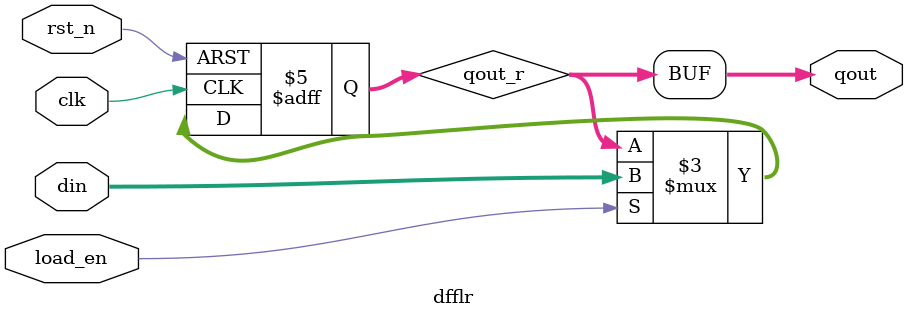
<source format=v>
module dfflr #(
  parameter DW = 8
) (
  input           clk,
  input           rst_n,
  input           load_en,
  input  [DW-1:0] din,
  output [DW-1:0] qout
);

reg [DW-1:0] qout_r;
always @(posedge clk or negedge rst_n)
begin
  if (!rst_n)
    qout_r <= {DW{1'b0}};
  else 
    if (load_en)
      qout_r <= din;
end

assign qout = qout_r;

endmodule

</source>
